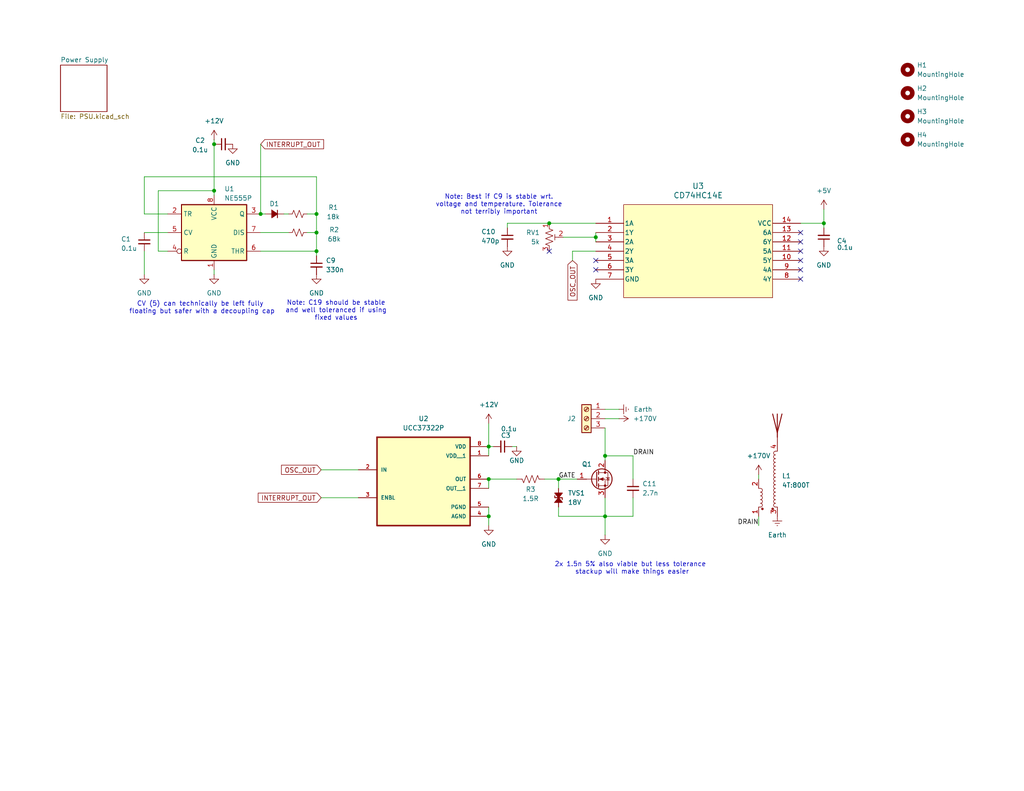
<source format=kicad_sch>
(kicad_sch (version 20250114) (generator "eeschema") (generator_version "9.0")
  (paper "USLetter")
  (title_block (title "MMS SSTC") (date "2025-05-26") (rev "1.0.0") (company "Mines Maker Society") (comment 1 "Adapted from Class-E designs by Steve Ward and Labcoatz") (comment 2 "Designed by William Layne"))
  (lib_symbols
    (symbol "Connector:Screw_Terminal_01x03" (pin_names (offset 1.016) (hide yes))
      (property "Reference" "J" (at 0 5.08 0))
      (property "Value" "Screw_Terminal_01x03" (at 0 -5.08 0))
      (symbol "Screw_Terminal_01x03_1_1"
        (rectangle (start -1.27 3.81) (end 1.27 -3.81) (stroke (width 0.254)) (fill (type background)))
        (polyline (pts (xy -0.5334 2.8702) (xy 0.3302 2.032)) (stroke (width 0.1524)))
        (polyline (pts (xy -0.5334 0.3302) (xy 0.3302 -0.508)) (stroke (width 0.1524)))
        (polyline (pts (xy -0.5334 -2.2098) (xy 0.3302 -3.048)) (stroke (width 0.1524)))
        (polyline (pts (xy -0.3556 3.048) (xy 0.508 2.2098)) (stroke (width 0.1524)))
        (polyline (pts (xy -0.3556 0.508) (xy 0.508 -0.3302)) (stroke (width 0.1524)))
        (polyline (pts (xy -0.3556 -2.032) (xy 0.508 -2.8702)) (stroke (width 0.1524)))
        (circle (center 0 2.54) (radius 0.635) (stroke (width 0.1524)))
        (circle (center 0 0) (radius 0.635) (stroke (width 0.1524)))
        (circle (center 0 -2.54) (radius 0.635) (stroke (width 0.1524)))
        (pin passive line (at -5.08 2.54 0) (length 3.81) (name "Pin_1") (number "1"))
        (pin passive line (at -5.08 0 0) (length 3.81) (name "Pin_2") (number "2"))
        (pin passive line (at -5.08 -2.54 0) (length 3.81) (name "Pin_3") (number "3"))
      )
    )
    (symbol "Device:Antenna" (pin_numbers (hide yes)) (pin_names (offset 1.016) (hide yes))
      (property "Reference" "AE" (at -1.905 1.905 0))
      (property "Value" "Antenna" (at -1.905 0 0))
      (symbol "Antenna_0_1"
        (polyline (pts (xy 0 2.54) (xy 0 -3.81)) (stroke (width 0.254)))
        (polyline (pts (xy 1.27 2.54) (xy 0 -2.54) (xy -1.27 2.54)) (stroke (width 0.254)))
      )
      (symbol "Antenna_1_1"
        (pin input line (at 0 -5.08 90) (length 2.54) (name "A") (number "1"))
      )
    )
    (symbol "Device:C_Small" (pin_numbers (hide yes)) (pin_names (offset 0.254) (hide yes))
      (property "Reference" "C" (at 0.254 1.778 0))
      (property "Value" "C_Small" (at 0.254 -2.032 0))
      (symbol "C_Small_0_1"
        (polyline (pts (xy -1.524 0.508) (xy 1.524 0.508)) (stroke (width 0.3048)))
        (polyline (pts (xy -1.524 -0.508) (xy 1.524 -0.508)) (stroke (width 0.3302)))
      )
      (symbol "C_Small_1_1"
        (pin passive line (at 0 2.54 270) (length 2.032) (name "~") (number "1"))
        (pin passive line (at 0 -2.54 90) (length 2.032) (name "~") (number "2"))
      )
    )
    (symbol "Device:D_Small_Filled" (pin_numbers (hide yes)) (pin_names (offset 0.254) (hide yes))
      (property "Reference" "D" (at -1.27 2.032 0))
      (property "Value" "D_Small_Filled" (at -3.81 -2.032 0))
      (symbol "D_Small_Filled_0_1"
        (polyline (pts (xy -0.762 0) (xy 0.762 0)))
        (polyline (pts (xy -0.762 -1.016) (xy -0.762 1.016)) (stroke (width 0.254)))
        (polyline (pts (xy 0.762 -1.016) (xy -0.762 0) (xy 0.762 1.016) (xy 0.762 -1.016)) (stroke (width 0.254)) (fill (type outline)))
      )
      (symbol "D_Small_Filled_1_1"
        (pin passive line (at -2.54 0 0) (length 1.778) (name "K") (number "1"))
        (pin passive line (at 2.54 0 180) (length 1.778) (name "A") (number "2"))
      )
    )
    (symbol "Device:D_TVS_Small_Filled" (pin_numbers (hide yes)) (pin_names (offset 1.016) (hide yes))
      (property "Reference" "D" (at 0 2.54 0))
      (property "Value" "D_TVS_Small_Filled" (at 0 -2.54 0))
      (symbol "D_TVS_Small_Filled_0_1"
        (polyline (pts (xy -1.27 0) (xy 1.27 0)))
        (polyline (pts (xy 0.508 1.016) (xy 0 1.016) (xy 0 -1.016) (xy -0.508 -1.016)) (stroke (width 0.254)))
      )
      (symbol "D_TVS_Small_Filled_1_1"
        (polyline (pts (xy -1.27 1.016) (xy -1.27 -1.016) (xy 0 0) (xy -1.27 1.016)) (stroke (width 0.254)) (fill (type outline)))
        (polyline (pts (xy 0 0) (xy 1.27 1.016) (xy 1.27 -1.016) (xy 0 0)) (stroke (width 0.254)) (fill (type outline)))
        (pin passive line (at -2.54 0 0) (length 1.27) (name "A1") (number "1"))
        (pin passive line (at 2.54 0 180) (length 1.27) (name "A2") (number "2"))
      )
    )
    (symbol "Device:L_Coupled" (pin_names (offset 0.254) (hide yes))
      (property "Reference" "L2" (at 0.8891 -3.81 90))
      (property "Value" "L_Coupled" (at -1.6509 -3.81 90))
      (symbol "L_Coupled_0_1"
        (circle (center -3.048 1.524) (radius 0.254) (fill (type outline)))
        (circle (center -3.048 -1.27) (radius 0.254) (fill (type outline)))
        (polyline (pts (xy -2.54 2.032) (xy -2.54 2.54)))
        (polyline (pts (xy -2.54 -2.032) (xy -2.54 -2.54)))
        (arc (start -1.524 2.032) (mid -2.032 1.5262) (end -2.54 2.032))
        (arc (start -2.54 -2.032) (mid -2.032 -1.5262) (end -1.524 -2.032))
        (arc (start -0.508 2.032) (mid -1.016 1.5262) (end -1.524 2.032))
        (arc (start -1.524 -2.032) (mid -1.016 -1.5262) (end -0.508 -2.032))
        (arc (start 0.508 2.032) (mid 0 1.5262) (end -0.508 2.032))
        (arc (start -0.508 -2.032) (mid 0 -1.5262) (end 0.508 -2.032))
        (arc (start 1.524 2.032) (mid 1.016 1.5262) (end 0.508 2.032))
        (arc (start 0.508 -2.032) (mid 1.016 -1.5262) (end 1.524 -2.032))
        (arc (start 2.54 2.032) (mid 2.032 1.5262) (end 1.524 2.032))
        (arc (start 1.524 -2.0298) (mid 2.032 -1.524) (end 2.54 -2.0298))
        (polyline (pts (xy 2.54 2.54) (xy 2.54 2.032)))
        (arc (start 2.54 -2.0298) (mid 3.048 -1.524) (end 3.556 -2.0298))
        (arc (start 3.556 -2.0298) (mid 4.064 -1.524) (end 4.572 -2.0298))
        (arc (start 4.572 -2.0298) (mid 5.08 -1.524) (end 5.588 -2.0298))
        (arc (start 5.588 -2.0298) (mid 6.096 -1.524) (end 6.604 -2.0298))
        (arc (start 6.604 -2.0298) (mid 7.112 -1.524) (end 7.62 -2.0298))
        (arc (start 7.62 -2.0298) (mid 8.128 -1.524) (end 8.636 -2.0298))
        (arc (start 8.636 -2.0298) (mid 9.144 -1.524) (end 9.652 -2.0298))
        (arc (start 9.652 -2.0298) (mid 10.16 -1.524) (end 10.668 -2.0298))
        (arc (start 10.668 -2.0298) (mid 11.176 -1.524) (end 11.684 -2.0298))
        (arc (start 11.684 -2.032) (mid 12.192 -1.5262) (end 12.7 -2.032))
        (polyline (pts (xy 12.7 -2.032) (xy 12.7 -2.54)))
      )
      (symbol "L_Coupled_1_1"
        (pin passive line (at -5.08 2.54 0) (length 2.54) (name "1") (number "1"))
        (pin passive line (at -5.08 -2.54 0) (length 2.54) (name "3") (number "3"))
        (pin passive line (at 5.08 2.54 180) (length 2.54) (name "2") (number "2"))
        (pin passive line (at 15.24 -2.54 180) (length 2.54) (name "4") (number "4"))
      )
    )
    (symbol "Device:R_Potentiometer_Trim_US" (pin_names (offset 1.016) (hide yes))
      (property "Reference" "RV" (at -4.445 0 90))
      (property "Value" "R_Potentiometer_Trim_US" (at -2.54 0 90))
      (symbol "R_Potentiometer_Trim_US_0_1"
        (polyline (pts (xy 0 2.286) (xy 0 2.54)))
        (polyline (pts (xy 0 2.286) (xy 1.016 1.905) (xy 0 1.524) (xy -1.016 1.143) (xy 0 0.762)))
        (polyline (pts (xy 0 0.762) (xy 1.016 0.381) (xy 0 0) (xy -1.016 -0.381) (xy 0 -0.762)))
        (polyline (pts (xy 0 -0.762) (xy 1.016 -1.143) (xy 0 -1.524) (xy -1.016 -1.905) (xy 0 -2.286)))
        (polyline (pts (xy 0 -2.286) (xy 0 -2.54)))
        (polyline (pts (xy 1.524 0.762) (xy 1.524 -0.762)))
        (polyline (pts (xy 2.54 0) (xy 1.524 0)))
      )
      (symbol "R_Potentiometer_Trim_US_1_1"
        (pin passive line (at 0 3.81 270) (length 1.27) (name "1") (number "1"))
        (pin passive line (at 0 -3.81 90) (length 1.27) (name "3") (number "3"))
        (pin passive line (at 3.81 0 180) (length 1.27) (name "2") (number "2"))
      )
    )
    (symbol "Device:R_Small_US" (pin_numbers (hide yes)) (pin_names (offset 0.254) (hide yes))
      (property "Reference" "R" (at 0.762 0.508 0))
      (property "Value" "R_Small_US" (at 0.762 -1.016 0))
      (symbol "R_Small_US_1_1"
        (polyline (pts (xy 0 1.524) (xy 1.016 1.143) (xy 0 0.762) (xy -1.016 0.381) (xy 0 0)))
        (polyline (pts (xy 0 0) (xy 1.016 -0.381) (xy 0 -0.762) (xy -1.016 -1.143) (xy 0 -1.524)))
        (pin passive line (at 0 2.54 270) (length 1.016) (name "~") (number "1"))
        (pin passive line (at 0 -2.54 90) (length 1.016) (name "~") (number "2"))
      )
    )
    (symbol "Device:R_US" (pin_numbers (hide yes)) (pin_names (offset 0))
      (property "Reference" "R" (at 2.54 0 90))
      (property "Value" "R_US" (at -2.54 0 90))
      (symbol "R_US_0_1"
        (polyline (pts (xy 0 2.286) (xy 0 2.54)))
        (polyline (pts (xy 0 2.286) (xy 1.016 1.905) (xy 0 1.524) (xy -1.016 1.143) (xy 0 0.762)))
        (polyline (pts (xy 0 0.762) (xy 1.016 0.381) (xy 0 0) (xy -1.016 -0.381) (xy 0 -0.762)))
        (polyline (pts (xy 0 -0.762) (xy 1.016 -1.143) (xy 0 -1.524) (xy -1.016 -1.905) (xy 0 -2.286)))
        (polyline (pts (xy 0 -2.286) (xy 0 -2.54)))
      )
      (symbol "R_US_1_1"
        (pin passive line (at 0 3.81 270) (length 1.27) (name "~") (number "1"))
        (pin passive line (at 0 -3.81 90) (length 1.27) (name "~") (number "2"))
      )
    )
    (symbol "Mechanical:MountingHole" (pin_names (offset 1.016)) (in_bom no)
      (property "Reference" "H" (at 0 5.08 0))
      (property "Value" "MountingHole" (at 0 3.175 0))
      (symbol "MountingHole_0_1"
        (circle (center 0 0) (radius 1.27) (stroke (width 1.27)))
      )
    )
    (symbol "Timer:NE555P"
      (property "Reference" "U" (at -10.16 8.89 0))
      (property "Value" "NE555P" (at 2.54 8.89 0))
      (symbol "NE555P_0_0"
        (pin power_in line (at 0 10.16 270) (length 2.54) (name "VCC") (number "8"))
        (pin power_in line (at 0 -10.16 90) (length 2.54) (name "GND") (number "1"))
      )
      (symbol "NE555P_0_1"
        (rectangle (start -8.89 -7.62) (end 8.89 7.62) (stroke (width 0.254)) (fill (type background)))
        (rectangle (start -8.89 -7.62) (end 8.89 7.62) (stroke (width 0.254)) (fill (type background)))
      )
      (symbol "NE555P_1_1"
        (pin input line (at -12.7 5.08 0) (length 3.81) (name "TR") (number "2"))
        (pin input line (at -12.7 0 0) (length 3.81) (name "CV") (number "5"))
        (pin input inverted (at -12.7 -5.08 0) (length 3.81) (name "R") (number "4"))
        (pin output line (at 12.7 5.08 180) (length 3.81) (name "Q") (number "3"))
        (pin input line (at 12.7 0 180) (length 3.81) (name "DIS") (number "7"))
        (pin input line (at 12.7 -5.08 180) (length 3.81) (name "THR") (number "6"))
      )
    )
    (symbol "Transistor_FET:IRFP4468PbF" (pin_names (hide yes))
      (property "Reference" "Q" (at 5.08 1.905 0))
      (property "Value" "IRFP4468PbF" (at 5.08 0 0))
      (symbol "IRFP4468PbF_0_1"
        (polyline (pts (xy 0.254 1.905) (xy 0.254 -1.905)) (stroke (width 0.254)))
        (polyline (pts (xy 0.254 0) (xy -2.54 0)))
        (polyline (pts (xy 0.762 2.286) (xy 0.762 1.27)) (stroke (width 0.254)))
        (polyline (pts (xy 0.762 0.508) (xy 0.762 -0.508)) (stroke (width 0.254)))
        (polyline (pts (xy 0.762 -1.27) (xy 0.762 -2.286)) (stroke (width 0.254)))
        (polyline (pts (xy 0.762 -1.778) (xy 3.302 -1.778) (xy 3.302 1.778) (xy 0.762 1.778)))
        (polyline (pts (xy 1.016 0) (xy 2.032 0.381) (xy 2.032 -0.381) (xy 1.016 0)) (fill (type outline)))
        (circle (center 1.651 0) (radius 2.794) (stroke (width 0.254)))
        (polyline (pts (xy 2.54 2.54) (xy 2.54 1.778)))
        (circle (center 2.54 1.778) (radius 0.254) (fill (type outline)))
        (circle (center 2.54 -1.778) (radius 0.254) (fill (type outline)))
        (polyline (pts (xy 2.54 -2.54) (xy 2.54 0) (xy 0.762 0)))
        (polyline (pts (xy 2.794 0.508) (xy 2.921 0.381) (xy 3.683 0.381) (xy 3.81 0.254)))
        (polyline (pts (xy 3.302 0.381) (xy 2.921 -0.254) (xy 3.683 -0.254) (xy 3.302 0.381)))
      )
      (symbol "IRFP4468PbF_1_1"
        (pin input line (at -5.08 0 0) (length 2.54) (name "G") (number "1"))
        (pin passive line (at 2.54 5.08 270) (length 2.54) (name "D") (number "2"))
        (pin passive line (at 2.54 -5.08 90) (length 2.54) (name "S") (number "3"))
      )
    )
    (symbol "locals:CD74HC14E" (pin_names (offset 0.254))
      (property "Reference" "U" (at 27.94 10.16 0))
      (property "Value" "CD74HC14E" (at 27.94 7.62 0))
      (symbol "CD74HC14E_0_1"
        (pin input line (at 0 0 0) (length 7.62) (name "1A") (number "1"))
        (pin output line (at 0 -2.54 0) (length 7.62) (name "1Y") (number "2"))
        (pin input line (at 0 -5.08 0) (length 7.62) (name "2A") (number "3"))
        (pin output line (at 0 -7.62 0) (length 7.62) (name "2Y") (number "4"))
        (pin input line (at 0 -10.16 0) (length 7.62) (name "3A") (number "5"))
        (pin output line (at 0 -12.7 0) (length 7.62) (name "3Y") (number "6"))
        (pin power_in line (at 0 -15.24 0) (length 7.62) (name "GND") (number "7"))
        (pin power_in line (at 55.88 0 180) (length 7.62) (name "VCC") (number "14"))
        (pin input line (at 55.88 -2.54 180) (length 7.62) (name "6A") (number "13"))
        (pin output line (at 55.88 -5.08 180) (length 7.62) (name "6Y") (number "12"))
        (pin input line (at 55.88 -7.62 180) (length 7.62) (name "5A") (number "11"))
        (pin output line (at 55.88 -10.16 180) (length 7.62) (name "5Y") (number "10"))
        (pin input line (at 55.88 -12.7 180) (length 7.62) (name "4A") (number "9"))
        (pin output line (at 55.88 -15.24 180) (length 7.62) (name "4Y") (number "8"))
      )
      (symbol "CD74HC14E_1_1"
        (rectangle (start 7.62 5.08) (end 48.26 -20.32) (fill (type background)))
      )
    )
    (symbol "locals:UCC37322P" (pin_names (offset 1.016))
      (property "Reference" "U" (at -12.7 13.7 0))
      (property "Value" "UCC37322P" (at -12.7 -21.78 0))
      (symbol "UCC37322P_0_0"
        (rectangle (start -12.7 12.7) (end 12.7 -11.43) (stroke (width 0.41)) (fill (type background)))
        (pin input line (at -17.78 3.81 0) (length 5.08) (name "IN") (number "2"))
        (pin input line (at -17.78 -3.81 0) (length 5.08) (name "ENBL") (number "3"))
        (pin power_in line (at 17.78 10.16 180) (length 5.08) (name "VDD") (number "8"))
        (pin power_in line (at 17.78 7.62 180) (length 5.08) (name "VDD__1") (number "1"))
        (pin output line (at 17.78 1.27 180) (length 5.08) (name "OUT") (number "6"))
        (pin output line (at 17.78 -1.27 180) (length 5.08) (name "OUT__1") (number "7"))
        (pin power_in line (at 17.78 -6.35 180) (length 5.08) (name "PGND") (number "5"))
        (pin power_in line (at 17.78 -8.89 180) (length 5.08) (name "AGND") (number "4"))
      )
    )
    (symbol "power:+12V" (power) (pin_numbers (hide yes)) (pin_names (offset 0) (hide yes))
      (property "Value" "+12V" (at 0 3.556 0))
      (symbol "+12V_0_1"
        (polyline (pts (xy -0.762 1.27) (xy 0 2.54)))
        (polyline (pts (xy 0 2.54) (xy 0.762 1.27)))
        (polyline (pts (xy 0 0) (xy 0 2.54)))
      )
      (symbol "+12V_1_1"
        (pin power_in line (at 0 0 90) (length 0) (name "~") (number "1"))
      )
    )
    (symbol "power:+5V" (power) (pin_numbers (hide yes)) (pin_names (offset 0) (hide yes))
      (property "Value" "+5V" (at 0 3.556 0))
      (symbol "+5V_0_1"
        (polyline (pts (xy -0.762 1.27) (xy 0 2.54)))
        (polyline (pts (xy 0 2.54) (xy 0.762 1.27)))
        (polyline (pts (xy 0 0) (xy 0 2.54)))
      )
      (symbol "+5V_1_1"
        (pin power_in line (at 0 0 90) (length 0) (name "~") (number "1"))
      )
    )
    (symbol "power:Earth" (power) (pin_numbers (hide yes)) (pin_names (offset 0) (hide yes))
      (property "Value" "Earth" (at 0 -3.81 0))
      (symbol "Earth_0_1"
        (polyline (pts (xy -0.635 -1.905) (xy 0.635 -1.905)))
        (polyline (pts (xy -0.127 -2.54) (xy 0.127 -2.54)))
        (polyline (pts (xy 0 -1.27) (xy 0 0)))
        (polyline (pts (xy 1.27 -1.27) (xy -1.27 -1.27)))
      )
      (symbol "Earth_1_1"
        (pin power_in line (at 0 0 270) (length 0) (name "~") (number "1"))
      )
    )
    (symbol "power:GND" (power) (pin_numbers (hide yes)) (pin_names (offset 0) (hide yes))
      (property "Value" "GND" (at 0 -3.81 0))
      (symbol "GND_0_1"
        (polyline (pts (xy 0 0) (xy 0 -1.27) (xy 1.27 -1.27) (xy 0 -2.54) (xy -1.27 -1.27) (xy 0 -1.27)))
      )
      (symbol "GND_1_1"
        (pin power_in line (at 0 0 270) (length 0) (name "~") (number "1"))
      )
    )
  )
  (text "2x 1.5n 5% also viable but less tolerance \nstackup will make things easier" (at 172.466 155.194 0) (effects (font (size 1.27 1.27))))
  (text "Note: C19 should be stable\nand well toleranced if using\nfixed values" (at 91.694 84.836 0) (effects (font (size 1.27 1.27))))
  (text "Note: Best if C9 is stable wrt.\nvoltage and temperature. Tolerance\nnot terribly important" (at 136.144 55.88 0) (effects (font (size 1.27 1.27))))
  (text "CV (5) can technically be left fully \nfloating but safer with a decoupling cap" (at 55.118 84.074 0) (effects (font (size 1.27 1.27))))
  (junction (at 165.1 124.46))
  (junction (at 149.86 60.96))
  (junction (at 86.36 68.58))
  (junction (at 133.35 121.92))
  (junction (at 165.1 140.97))
  (junction (at 86.36 58.42))
  (junction (at 58.42 39.37))
  (junction (at 133.35 140.97))
  (junction (at 58.42 52.07))
  (junction (at 71.12 58.42))
  (junction (at 224.79 60.96))
  (junction (at 86.36 63.5))
  (junction (at 133.35 130.81))
  (junction (at 152.4 130.81))
  (junction (at 162.56 64.77))
  (no_connect (at 218.44 71.12))
  (no_connect (at 162.56 73.66))
  (no_connect (at 218.44 63.5))
  (no_connect (at 218.44 68.58))
  (no_connect (at 218.44 73.66))
  (no_connect (at 149.86 68.58))
  (no_connect (at 218.44 76.2))
  (no_connect (at 162.56 71.12))
  (no_connect (at 218.44 66.04))
  (wire (pts (xy 83.82 63.5) (xy 86.36 63.5)))
  (wire (pts (xy 162.56 68.58) (xy 156.21 68.58)))
  (wire (pts (xy 172.72 124.46) (xy 172.72 130.81)))
  (wire (pts (xy 133.35 130.81) (xy 140.97 130.81)))
  (wire (pts (xy 86.36 63.5) (xy 86.36 68.58)))
  (wire (pts (xy 39.37 58.42) (xy 45.72 58.42)))
  (wire (pts (xy 152.4 130.81) (xy 157.48 130.81)))
  (wire (pts (xy 165.1 124.46) (xy 172.72 124.46)))
  (wire (pts (xy 133.35 130.81) (xy 133.35 133.35)))
  (wire (pts (xy 133.35 121.92) (xy 133.35 124.46)))
  (wire (pts (xy 152.4 138.43) (xy 152.4 140.97)))
  (wire (pts (xy 58.42 38.1) (xy 58.42 39.37)))
  (wire (pts (xy 43.18 68.58) (xy 43.18 52.07)))
  (wire (pts (xy 162.56 63.5) (xy 162.56 64.77)))
  (wire (pts (xy 43.18 52.07) (xy 58.42 52.07)))
  (wire (pts (xy 87.63 135.89) (xy 97.79 135.89)))
  (wire (pts (xy 77.47 58.42) (xy 78.74 58.42)))
  (wire (pts (xy 58.42 39.37) (xy 58.42 52.07)))
  (wire (pts (xy 165.1 116.84) (xy 165.1 124.46)))
  (wire (pts (xy 138.43 60.96) (xy 149.86 60.96)))
  (wire (pts (xy 58.42 73.66) (xy 58.42 74.93)))
  (wire (pts (xy 153.67 64.77) (xy 162.56 64.77)))
  (wire (pts (xy 133.35 115.57) (xy 133.35 121.92)))
  (wire (pts (xy 148.59 130.81) (xy 152.4 130.81)))
  (wire (pts (xy 45.72 68.58) (xy 43.18 68.58)))
  (wire (pts (xy 83.82 58.42) (xy 86.36 58.42)))
  (wire (pts (xy 165.1 140.97) (xy 165.1 146.05)))
  (wire (pts (xy 224.79 57.15) (xy 224.79 60.96)))
  (wire (pts (xy 39.37 48.26) (xy 39.37 58.42)))
  (wire (pts (xy 152.4 140.97) (xy 165.1 140.97)))
  (wire (pts (xy 165.1 135.89) (xy 165.1 140.97)))
  (wire (pts (xy 162.56 64.77) (xy 162.56 66.04)))
  (wire (pts (xy 172.72 135.89) (xy 172.72 140.97)))
  (wire (pts (xy 224.79 60.96) (xy 224.79 62.23)))
  (wire (pts (xy 86.36 58.42) (xy 86.36 63.5)))
  (wire (pts (xy 86.36 68.58) (xy 86.36 69.85)))
  (wire (pts (xy 71.12 63.5) (xy 78.74 63.5)))
  (wire (pts (xy 140.97 121.92) (xy 139.7 121.92)))
  (wire (pts (xy 165.1 114.3) (xy 168.91 114.3)))
  (wire (pts (xy 39.37 63.5) (xy 45.72 63.5)))
  (wire (pts (xy 71.12 58.42) (xy 71.12 39.37)))
  (wire (pts (xy 71.12 58.42) (xy 72.39 58.42)))
  (wire (pts (xy 71.12 68.58) (xy 86.36 68.58)))
  (wire (pts (xy 133.35 138.43) (xy 133.35 140.97)))
  (wire (pts (xy 224.79 60.96) (xy 218.44 60.96)))
  (wire (pts (xy 39.37 48.26) (xy 86.36 48.26)))
  (wire (pts (xy 133.35 140.97) (xy 133.35 143.51)))
  (wire (pts (xy 138.43 60.96) (xy 138.43 62.23)))
  (wire (pts (xy 207.01 143.51) (xy 207.01 140.97)))
  (wire (pts (xy 207.01 129.54) (xy 207.01 130.81)))
  (wire (pts (xy 149.86 60.96) (xy 162.56 60.96)))
  (wire (pts (xy 39.37 74.93) (xy 39.37 68.58)))
  (wire (pts (xy 156.21 68.58) (xy 156.21 71.12)))
  (wire (pts (xy 152.4 130.81) (xy 152.4 133.35)))
  (wire (pts (xy 165.1 140.97) (xy 172.72 140.97)))
  (wire (pts (xy 165.1 124.46) (xy 165.1 125.73)))
  (wire (pts (xy 165.1 111.76) (xy 168.91 111.76)))
  (wire (pts (xy 58.42 52.07) (xy 58.42 53.34)))
  (wire (pts (xy 87.63 128.27) (xy 97.79 128.27)))
  (wire (pts (xy 86.36 48.26) (xy 86.36 58.42)))
  (wire (pts (xy 134.62 121.92) (xy 133.35 121.92)))
  (label "DRAIN" (at 172.72 124.46 0))
  (label "GATE" (at 152.4 130.81 0))
  (label "DRAIN" (at 207.01 143.51 180))
  (global_label "INTERRUPT_OUT" (shape input) (at 87.63 135.89 180) (property "Intersheetrefs" "${INTERSHEET_REFS}" (effects (hide yes))))
  (global_label "INTERRUPT_OUT" (shape input) (at 71.12 39.37 0) (property "Intersheetrefs" "${INTERSHEET_REFS}" (effects (hide yes))))
  (global_label "OSC_OUT" (shape input) (at 87.63 128.27 180) (property "Intersheetrefs" "${INTERSHEET_REFS}" (effects (hide yes))))
  (global_label "OSC_OUT" (shape input) (at 156.21 71.12 270) (property "Intersheetrefs" "${INTERSHEET_REFS}" (effects (hide yes))))
  (symbol (lib_id "Device:C_Small") (at 39.37 66.04 0) (unit 1)
    (property "Reference" "C1" (at 33.02 65.278 0) (effects (justify left)))
    (property "Value" "0.1u" (at 33.02 67.8118 0) (effects (justify left)))
    (property "Footprint" "Capacitor_THT:C_Disc_D3.0mm_W2.0mm_P2.50mm" (effects (hide yes)))
    (property "Description" "Unpolarized capacitor, small symbol" (effects (hide yes)))
    (property "DKPN" "399-4264-ND" (effects (hide yes)))
  )
  (symbol (lib_id "Device:R_Small_US") (at 81.28 58.42 90) (unit 1)
    (property "Reference" "R1" (at 90.932 56.642 90))
    (property "Value" "18k" (at 90.932 59.182 90))
    (property "Footprint" "Resistor_THT:R_Axial_DIN0204_L3.6mm_D1.6mm_P5.08mm_Horizontal" (effects (hide yes)))
    (property "Description" "Resistor, small US symbol" (effects (hide yes)))
    (property "DKPN" "56-MBA02040C1802FRP00CT-ND" (effects (hide yes)))
  )
  (symbol (lib_id "power:GND") (at 39.37 74.93 0) (unit 1)
    (property "Reference" "#PWR01" (effects (hide yes)))
    (property "Value" "GND" (at 39.37 80.01 0))
    (property "Description" "Power symbol creates a global label with name \"GND\" , ground" (effects (hide yes)))
  )
  (symbol (lib_id "Device:C_Small") (at 224.79 64.77 180) (unit 1)
    (property "Reference" "C4" (at 228.346 65.786 0) (effects (justify right)))
    (property "Value" "0.1u" (at 228.346 67.564 0) (effects (justify right)))
    (property "Footprint" "Capacitor_THT:C_Disc_D3.0mm_W2.0mm_P2.50mm" (effects (hide yes)))
    (property "Description" "Unpolarized capacitor, small symbol" (effects (hide yes)))
    (property "DKPN" "399-4264-ND" (effects (hide yes)))
  )
  (symbol (lib_id "Device:C_Small") (at 138.43 64.77 0) (unit 1)
    (property "Reference" "C10" (at 131.318 63.2522 0) (effects (justify left)))
    (property "Value" "470p" (at 131.318 65.786 0) (effects (justify left)))
    (property "Footprint" "Capacitor_THT:C_Rect_L7.2mm_W4.5mm_P5.00mm_FKS2_FKP2_MKS2_MKP2" (effects (hide yes)))
    (property "Description" "Unpolarized capacitor, small symbol" (effects (hide yes)))
    (property "DKPN" "1928-1270-ND" (effects (hide yes)))
  )
  (symbol (lib_id "Device:C_Small") (at 86.36 72.39 0) (unit 1)
    (property "Reference" "C9" (at 88.9 71.1262 0) (effects (justify left)))
    (property "Value" "330n" (at 88.9 73.6662 0) (effects (justify left)))
    (property "Footprint" "Capacitor_THT:C_Rect_L7.2mm_W3.5mm_P5.00mm_FKS2_FKP2_MKS2_MKP2" (effects (hide yes)))
    (property "Description" "Unpolarized capacitor, small symbol" (effects (hide yes)))
    (property "DKPN" "399-R82DC3330SH60JCT-ND" (effects (hide yes)))
  )
  (symbol (lib_id "Mechanical:MountingHole") (at 247.65 31.75 0) (unit 1) (in_bom no)
    (property "Reference" "H3" (at 250.19 30.4799 0) (effects (justify left)))
    (property "Value" "MountingHole" (at 250.19 33.0199 0) (effects (justify left)))
    (property "Footprint" "MountingHole:MountingHole_3.2mm_M3" (effects (hide yes)))
    (property "Description" "Mounting Hole without connection" (effects (hide yes)))
  )
  (symbol (lib_id "power:GND") (at 140.97 121.92 0) (unit 1)
    (property "Reference" "#PWR09" (effects (hide yes)))
    (property "Value" "GND" (at 138.938 125.73 0) (effects (justify left)))
    (property "Description" "Power symbol creates a global label with name \"GND\" , ground" (effects (hide yes)))
  )
  (symbol (lib_id "power:+12V") (at 58.42 38.1 0) (unit 1)
    (property "Reference" "#PWR02" (effects (hide yes)))
    (property "Value" "+12V" (at 58.42 33.02 0))
    (property "Description" "Power symbol creates a global label with name \"+12V\"" (effects (hide yes)))
  )
  (symbol (lib_id "power:GND") (at 133.35 143.51 0) (unit 1)
    (property "Reference" "#PWR08" (effects (hide yes)))
    (property "Value" "GND" (at 133.35 148.59 0))
    (property "Description" "Power symbol creates a global label with name \"GND\" , ground" (effects (hide yes)))
  )
  (symbol (lib_id "Connector:Screw_Terminal_01x03") (at 160.02 114.3 0) (mirror y) (unit 1)
    (property "Reference" "J2" (at 155.956 114.3 0))
    (property "Value" "Screw_Terminal_01x02" (effects (hide yes)))
    (property "Footprint" "locals:691137710003" (effects (hide yes)))
    (property "Description" "Generic screw terminal, single row, 01x03, script generated (kicad-library-utils/schlib/autogen/connector/)" (effects (hide yes)))
    (property "DKPN" "732-10956-ND" (effects (hide yes)))
  )
  (symbol (lib_id "power:Earth") (at 212.09 140.97 0) (unit 1)
    (property "Reference" "#PWR033" (effects (hide yes)))
    (property "Value" "Earth" (at 212.09 146.05 0))
    (property "Description" "Power symbol creates a global label with name \"Earth\"" (effects (hide yes)))
  )
  (symbol (lib_id "power:GND") (at 162.56 76.2 0) (unit 1)
    (property "Reference" "#PWR010" (effects (hide yes)))
    (property "Value" "GND" (at 162.56 81.28 0))
    (property "Description" "Power symbol creates a global label with name \"GND\" , ground" (effects (hide yes)))
  )
  (symbol (lib_id "Device:R_Small_US") (at 81.28 63.5 90) (unit 1)
    (property "Reference" "R2" (at 91.186 62.738 90))
    (property "Value" "68k" (at 91.186 65.278 90))
    (property "Footprint" "Resistor_THT:R_Axial_DIN0204_L3.6mm_D1.6mm_P5.08mm_Horizontal" (effects (hide yes)))
    (property "Description" "Resistor, small US symbol" (effects (hide yes)))
    (property "DKPN" "56-MBA02040C6802FRP00CT-ND" (effects (hide yes)))
  )
  (symbol (lib_id "locals:CD74HC14E") (at 162.56 60.96 0) (unit 1)
    (property "Reference" "U3" (at 190.5 50.8 0) (effects (font (size 1.524 1.524))))
    (property "Value" "CD74HC14E" (at 190.5 53.34 0) (effects (font (size 1.524 1.524))))
    (property "Footprint" "Package_DIP:DIP-14_W7.62mm_Socket" (effects (hide yes)))
    (property "Datasheet" "CD74HC14E" (effects (hide yes)))
    (property "DKPN" "296-12786-5-ND" (effects (hide yes)))
  )
  (symbol (lib_id "Device:Antenna") (at 212.09 115.57 0) (unit 1) (in_bom no) (on_board no)
    (property "Reference" "AE1" (effects (hide yes)))
    (property "Value" "Antenna" (effects (hide yes)))
    (property "Description" "Antenna" (effects (hide yes)))
  )
  (symbol (lib_id "power:+5V") (at 207.01 129.54 0) (unit 1)
    (property "Reference" "#PWR014" (effects (hide yes)))
    (property "Value" "+170V" (at 207.01 124.46 0))
    (property "Description" "Power symbol creates a global label with name \"+5V\"" (effects (hide yes)))
  )
  (symbol (lib_id "Device:C_Small") (at 60.96 39.37 90) (unit 1)
    (property "Reference" "C2" (at 54.61 38.354 90))
    (property "Value" "0.1u" (at 54.61 40.894 90))
    (property "Footprint" "Capacitor_THT:C_Disc_D3.0mm_W2.0mm_P2.50mm" (effects (hide yes)))
    (property "Description" "Unpolarized capacitor, small symbol" (effects (hide yes)))
    (property "DKPN" "399-4264-ND" (effects (hide yes)))
  )
  (symbol (lib_id "Mechanical:MountingHole") (at 247.65 38.1 0) (unit 1) (in_bom no)
    (property "Reference" "H4" (at 250.19 36.8299 0) (effects (justify left)))
    (property "Value" "MountingHole" (at 250.19 39.3699 0) (effects (justify left)))
    (property "Footprint" "MountingHole:MountingHole_3.2mm_M3" (effects (hide yes)))
    (property "Description" "Mounting Hole without connection" (effects (hide yes)))
  )
  (symbol (lib_id "Device:R_Potentiometer_Trim_US") (at 149.86 64.77 0) (unit 1)
    (property "Reference" "RV1" (at 147.32 63.4999 0) (effects (justify right)))
    (property "Value" "5k" (at 147.32 66.0399 0) (effects (justify right)))
    (property "Footprint" "Potentiometer_THT:Potentiometer_Bourns_3296X_Horizontal" (effects (hide yes)))
    (property "Description" "Trim-potentiometer, US symbol" (effects (hide yes)))
    (property "DKPN" "T93XA-5.0K-ND" (effects (hide yes)))
  )
  (symbol (lib_id "Device:D_TVS_Small_Filled") (at 152.4 135.89 90) (unit 1)
    (property "Reference" "TVS1" (at 154.94 134.6199 90) (effects (justify right)))
    (property "Value" "18V" (at 154.94 137.1599 90) (effects (justify right)))
    (property "Footprint" "Diode_THT:D_DO-27_P12.70mm_Horizontal" (effects (hide yes)))
    (property "Description" "Bidirectional transient-voltage-suppression diode, small symbol, filled shape" (effects (hide yes)))
    (property "DKPN" "497-11374-1-ND" (effects (hide yes)))
  )
  (symbol (lib_id "Transistor_FET:IRFP4468PbF") (at 162.56 130.81 0) (unit 1)
    (property "Reference" "Q1" (at 158.75 126.746 0) (effects (justify left)))
    (property "Value" "FQA8N100C" (effects (hide yes)))
    (property "Footprint" "Package_TO_SOT_THT:TO-247-3_Vertical" (effects (hide yes)))
    (property "Description" "1kV DS, 8A N-Channel Power MOSFET, TO-247" (effects (hide yes)))
    (property "DKPN" "FQA8N100CFS-ND" (effects (hide yes)))
  )
  (symbol (lib_id "power:GND") (at 165.1 146.05 0) (unit 1)
    (property "Reference" "#PWR011" (effects (hide yes)))
    (property "Value" "GND" (at 165.1 151.13 0))
    (property "Description" "Power symbol creates a global label with name \"GND\" , ground" (effects (hide yes)))
  )
  (symbol (lib_id "power:+12V") (at 133.35 115.57 0) (unit 1)
    (property "Reference" "#PWR07" (effects (hide yes)))
    (property "Value" "+12V" (at 133.35 110.49 0))
    (property "Description" "Power symbol creates a global label with name \"+12V\"" (effects (hide yes)))
  )
  (symbol (lib_id "power:GND") (at 224.79 67.31 0) (unit 1)
    (property "Reference" "#PWR016" (effects (hide yes)))
    (property "Value" "GND" (at 224.79 72.39 0))
    (property "Description" "Power symbol creates a global label with name \"GND\" , ground" (effects (hide yes)))
  )
  (symbol (lib_id "Device:R_US") (at 144.78 130.81 270) (mirror x) (unit 1)
    (property "Reference" "R3" (at 144.78 133.604 90))
    (property "Value" "1.5R" (at 144.78 136.144 90))
    (property "Footprint" "Resistor_THT:R_Axial_DIN0204_L3.6mm_D1.6mm_P5.08mm_Horizontal" (effects (hide yes)))
    (property "Description" "Resistor, US symbol" (effects (hide yes)))
    (property "DKPN" "56-MBA02040C1508FC100CT-ND" (effects (hide yes)))
  )
  (symbol (lib_id "Device:L_Coupled") (at 209.55 135.89 90) (unit 1) (in_bom no) (on_board no)
    (property "Reference" "L1" (at 213.36 129.9209 90) (effects (justify right)))
    (property "Value" "4T:800T" (at 213.36 132.4609 90) (effects (justify right)))
    (property "Description" "Coupled inductor" (effects (hide yes)))
  )
  (symbol (lib_id "locals:UCC37322P") (at 115.57 132.08 0) (unit 1)
    (property "Reference" "U2" (at 115.57 114.3 0))
    (property "Value" "UCC37322P" (at 115.57 116.84 0))
    (property "Footprint" "Package_DIP:DIP-8_W7.62mm_Socket" (effects (hide yes)))
    (property "DKPN" "296-13689-5-ND" (effects (hide yes)))
  )
  (symbol (lib_id "power:+5V") (at 168.91 114.3 270) (unit 1)
    (property "Reference" "#PWR013" (effects (hide yes)))
    (property "Value" "+170V" (at 172.72 114.2999 90) (effects (justify left)))
    (property "Description" "Power symbol creates a global label with name \"+5V\"" (effects (hide yes)))
  )
  (symbol (lib_id "power:Earth") (at 168.91 111.76 90) (unit 1)
    (property "Reference" "#PWR012" (effects (hide yes)))
    (property "Value" "Earth" (at 178.054 111.76 90) (effects (justify left)))
    (property "Description" "Power symbol creates a global label with name \"Earth\"" (effects (hide yes)))
  )
  (symbol (lib_id "Device:C_Small") (at 137.16 121.92 270) (unit 1)
    (property "Reference" "C3" (at 136.652 118.872 90) (effects (justify left)))
    (property "Value" "0.1u" (at 136.652 117.094 90) (effects (justify left)))
    (property "Footprint" "Capacitor_THT:C_Disc_D3.0mm_W2.0mm_P2.50mm" (effects (hide yes)))
    (property "Description" "Unpolarized capacitor, small symbol" (effects (hide yes)))
    (property "DKPN" "399-4264-ND" (effects (hide yes)))
  )
  (symbol (lib_id "power:GND") (at 58.42 74.93 0) (unit 1)
    (property "Reference" "#PWR03" (effects (hide yes)))
    (property "Value" "GND" (at 58.42 80.01 0))
    (property "Description" "Power symbol creates a global label with name \"GND\" , ground" (effects (hide yes)))
  )
  (symbol (lib_id "power:GND") (at 86.36 74.93 0) (unit 1)
    (property "Reference" "#PWR05" (effects (hide yes)))
    (property "Value" "GND" (at 86.36 80.01 0))
    (property "Description" "Power symbol creates a global label with name \"GND\" , ground" (effects (hide yes)))
  )
  (symbol (lib_id "Device:C_Small") (at 172.72 133.35 0) (unit 1)
    (property "Reference" "C11" (at 175.26 132.0862 0) (effects (justify left)))
    (property "Value" "2.7n" (at 175.26 134.6262 0) (effects (justify left)))
    (property "Footprint" "Capacitor_THT:C_Rect_L13.0mm_W4.0mm_P10.00mm_FKS3_FKP3_MKS4" (effects (hide yes)))
    (property "Description" "Unpolarized capacitor, small symbol" (effects (hide yes)))
    (property "DKPN" "495-3207-ND" (effects (hide yes)))
  )
  (symbol (lib_id "Timer:NE555P") (at 58.42 63.5 0) (unit 1)
    (property "Reference" "U1" (at 61.214 51.562 0) (effects (justify left)))
    (property "Value" "NE555P" (at 61.214 54.102 0) (effects (justify left)))
    (property "Footprint" "Package_DIP:DIP-8_W7.62mm_Socket" (effects (hide yes)))
    (property "Datasheet" "http://www.ti.com/lit/ds/symlink/ne555.pdf" (effects (hide yes)))
    (property "Description" "Precision Timers, 555 compatible,  PDIP-8" (effects (hide yes)))
    (property "DKPN" "296-NE555P-ND" (effects (hide yes)))
  )
  (symbol (lib_id "Device:D_Small_Filled") (at 74.93 58.42 180) (unit 1)
    (property "Reference" "D1" (at 76.2 55.626 0) (effects (justify left)))
    (property "Value" "D_Small_Filled" (effects (hide yes)))
    (property "Footprint" "Diode_THT:D_DO-35_SOD27_P7.62mm_Horizontal" (effects (hide yes)))
    (property "Description" "Diode, small symbol, filled shape" (effects (hide yes)))
    (property "Sim.Device" "D" (effects (hide yes)))
    (property "Sim.Pins" "1=K 2=A" (effects (hide yes)))
    (property "DKPN" "497-2499-1-ND" (effects (hide yes)))
  )
  (symbol (lib_id "Mechanical:MountingHole") (at 247.65 19.05 0) (unit 1) (in_bom no)
    (property "Reference" "H1" (at 250.19 17.7799 0) (effects (justify left)))
    (property "Value" "MountingHole" (at 250.19 20.3199 0) (effects (justify left)))
    (property "Footprint" "MountingHole:MountingHole_3.2mm_M3" (effects (hide yes)))
    (property "Description" "Mounting Hole without connection" (effects (hide yes)))
  )
  (symbol (lib_id "power:GND") (at 138.43 67.31 0) (unit 1)
    (property "Reference" "#PWR06" (effects (hide yes)))
    (property "Value" "GND" (at 138.43 72.39 0))
    (property "Description" "Power symbol creates a global label with name \"GND\" , ground" (effects (hide yes)))
  )
  (symbol (lib_id "power:+12V") (at 224.79 57.15 0) (unit 1)
    (property "Reference" "#PWR034" (effects (hide yes)))
    (property "Value" "+5V" (at 224.79 52.07 0))
    (property "Description" "Power symbol creates a global label with name \"+12V\"" (effects (hide yes)))
  )
  (symbol (lib_id "Mechanical:MountingHole") (at 247.65 25.4 0) (unit 1) (in_bom no)
    (property "Reference" "H2" (at 250.19 24.1299 0) (effects (justify left)))
    (property "Value" "MountingHole" (at 250.19 26.6699 0) (effects (justify left)))
    (property "Footprint" "MountingHole:MountingHole_3.2mm_M3" (effects (hide yes)))
    (property "Description" "Mounting Hole without connection" (effects (hide yes)))
  )
  (symbol (lib_id "power:GND") (at 63.5 39.37 0) (unit 1)
    (property "Reference" "#PWR04" (effects (hide yes)))
    (property "Value" "GND" (at 63.5 44.45 0))
    (property "Description" "Power symbol creates a global label with name \"GND\" , ground" (effects (hide yes)))
  )
  (sheet (at 16.51 17.78) (size 12.7 12.7) (stroke (width 0.1524))
    (property "Sheetname" "Power Supply" (at 16.51 17.0684 0) (effects (justify left bottom)))
    (property "Sheetfile" "PSU.kicad_sch" (at 16.51 31.0646 0) (effects (justify left top)))
  )
)
</source>
